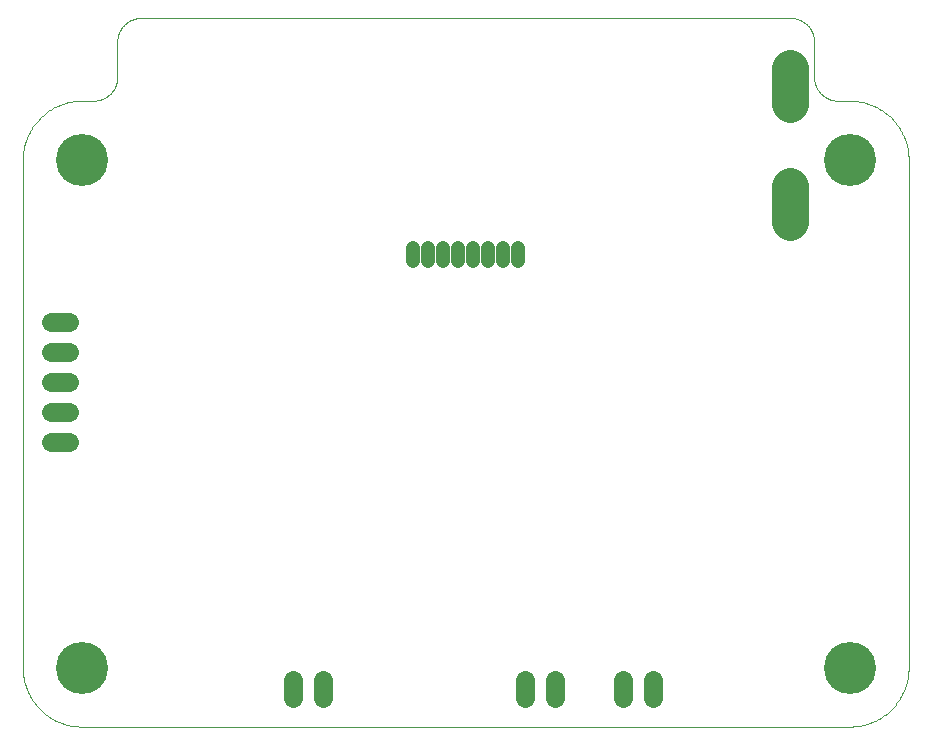
<source format=gbs>
G75*
%MOIN*%
%OFA0B0*%
%FSLAX25Y25*%
%IPPOS*%
%LPD*%
%AMOC8*
5,1,8,0,0,1.08239X$1,22.5*
%
%ADD10C,0.00394*%
%ADD11C,0.06337*%
%ADD12C,0.04762*%
%ADD13C,0.12211*%
%ADD14C,0.17392*%
D10*
X0030185Y0010500D02*
X0286091Y0010500D01*
X0286567Y0010506D01*
X0287042Y0010523D01*
X0287517Y0010552D01*
X0287991Y0010592D01*
X0288464Y0010644D01*
X0288935Y0010707D01*
X0289405Y0010781D01*
X0289873Y0010867D01*
X0290339Y0010964D01*
X0290802Y0011072D01*
X0291262Y0011191D01*
X0291720Y0011322D01*
X0292174Y0011463D01*
X0292625Y0011616D01*
X0293071Y0011779D01*
X0293514Y0011953D01*
X0293952Y0012138D01*
X0294386Y0012333D01*
X0294815Y0012539D01*
X0295239Y0012755D01*
X0295658Y0012981D01*
X0296071Y0013217D01*
X0296478Y0013463D01*
X0296879Y0013719D01*
X0297273Y0013985D01*
X0297662Y0014260D01*
X0298043Y0014544D01*
X0298417Y0014837D01*
X0298785Y0015139D01*
X0299145Y0015451D01*
X0299497Y0015770D01*
X0299841Y0016098D01*
X0300178Y0016435D01*
X0300506Y0016779D01*
X0300825Y0017131D01*
X0301137Y0017491D01*
X0301439Y0017859D01*
X0301732Y0018233D01*
X0302016Y0018614D01*
X0302291Y0019003D01*
X0302557Y0019397D01*
X0302813Y0019798D01*
X0303059Y0020205D01*
X0303295Y0020618D01*
X0303521Y0021037D01*
X0303737Y0021461D01*
X0303943Y0021890D01*
X0304138Y0022324D01*
X0304323Y0022762D01*
X0304497Y0023205D01*
X0304660Y0023651D01*
X0304813Y0024102D01*
X0304954Y0024556D01*
X0305085Y0025014D01*
X0305204Y0025474D01*
X0305312Y0025937D01*
X0305409Y0026403D01*
X0305495Y0026871D01*
X0305569Y0027341D01*
X0305632Y0027812D01*
X0305684Y0028285D01*
X0305724Y0028759D01*
X0305753Y0029234D01*
X0305770Y0029709D01*
X0305776Y0030185D01*
X0305776Y0199476D01*
X0305770Y0199952D01*
X0305753Y0200427D01*
X0305724Y0200902D01*
X0305684Y0201376D01*
X0305632Y0201849D01*
X0305569Y0202320D01*
X0305495Y0202790D01*
X0305409Y0203258D01*
X0305312Y0203724D01*
X0305204Y0204187D01*
X0305085Y0204647D01*
X0304954Y0205105D01*
X0304813Y0205559D01*
X0304660Y0206010D01*
X0304497Y0206456D01*
X0304323Y0206899D01*
X0304138Y0207337D01*
X0303943Y0207771D01*
X0303737Y0208200D01*
X0303521Y0208624D01*
X0303295Y0209043D01*
X0303059Y0209456D01*
X0302813Y0209863D01*
X0302557Y0210264D01*
X0302291Y0210658D01*
X0302016Y0211047D01*
X0301732Y0211428D01*
X0301439Y0211802D01*
X0301137Y0212170D01*
X0300825Y0212530D01*
X0300506Y0212882D01*
X0300178Y0213226D01*
X0299841Y0213563D01*
X0299497Y0213891D01*
X0299145Y0214210D01*
X0298785Y0214522D01*
X0298417Y0214824D01*
X0298043Y0215117D01*
X0297662Y0215401D01*
X0297273Y0215676D01*
X0296879Y0215942D01*
X0296478Y0216198D01*
X0296071Y0216444D01*
X0295658Y0216680D01*
X0295239Y0216906D01*
X0294815Y0217122D01*
X0294386Y0217328D01*
X0293952Y0217523D01*
X0293514Y0217708D01*
X0293071Y0217882D01*
X0292625Y0218045D01*
X0292174Y0218198D01*
X0291720Y0218339D01*
X0291262Y0218470D01*
X0290802Y0218589D01*
X0290339Y0218697D01*
X0289873Y0218794D01*
X0289405Y0218880D01*
X0288935Y0218954D01*
X0288464Y0219017D01*
X0287991Y0219069D01*
X0287517Y0219109D01*
X0287042Y0219138D01*
X0286567Y0219155D01*
X0286091Y0219161D01*
X0282154Y0219161D01*
X0281964Y0219163D01*
X0281774Y0219170D01*
X0281584Y0219182D01*
X0281394Y0219198D01*
X0281205Y0219218D01*
X0281016Y0219244D01*
X0280828Y0219273D01*
X0280641Y0219308D01*
X0280455Y0219347D01*
X0280270Y0219390D01*
X0280085Y0219438D01*
X0279902Y0219490D01*
X0279721Y0219546D01*
X0279541Y0219607D01*
X0279362Y0219673D01*
X0279185Y0219742D01*
X0279009Y0219816D01*
X0278836Y0219894D01*
X0278664Y0219977D01*
X0278495Y0220063D01*
X0278327Y0220153D01*
X0278162Y0220248D01*
X0277999Y0220346D01*
X0277839Y0220449D01*
X0277681Y0220555D01*
X0277526Y0220665D01*
X0277373Y0220778D01*
X0277223Y0220896D01*
X0277077Y0221017D01*
X0276933Y0221141D01*
X0276792Y0221269D01*
X0276654Y0221400D01*
X0276519Y0221535D01*
X0276388Y0221673D01*
X0276260Y0221814D01*
X0276136Y0221958D01*
X0276015Y0222104D01*
X0275897Y0222254D01*
X0275784Y0222407D01*
X0275674Y0222562D01*
X0275568Y0222720D01*
X0275465Y0222880D01*
X0275367Y0223043D01*
X0275272Y0223208D01*
X0275182Y0223376D01*
X0275096Y0223545D01*
X0275013Y0223717D01*
X0274935Y0223890D01*
X0274861Y0224066D01*
X0274792Y0224243D01*
X0274726Y0224422D01*
X0274665Y0224602D01*
X0274609Y0224783D01*
X0274557Y0224966D01*
X0274509Y0225151D01*
X0274466Y0225336D01*
X0274427Y0225522D01*
X0274392Y0225709D01*
X0274363Y0225897D01*
X0274337Y0226086D01*
X0274317Y0226275D01*
X0274301Y0226465D01*
X0274289Y0226655D01*
X0274282Y0226845D01*
X0274280Y0227035D01*
X0274280Y0238846D01*
X0274278Y0239036D01*
X0274271Y0239226D01*
X0274259Y0239416D01*
X0274243Y0239606D01*
X0274223Y0239795D01*
X0274197Y0239984D01*
X0274168Y0240172D01*
X0274133Y0240359D01*
X0274094Y0240545D01*
X0274051Y0240730D01*
X0274003Y0240915D01*
X0273951Y0241098D01*
X0273895Y0241279D01*
X0273834Y0241459D01*
X0273768Y0241638D01*
X0273699Y0241815D01*
X0273625Y0241991D01*
X0273547Y0242164D01*
X0273464Y0242336D01*
X0273378Y0242505D01*
X0273288Y0242673D01*
X0273193Y0242838D01*
X0273095Y0243001D01*
X0272992Y0243161D01*
X0272886Y0243319D01*
X0272776Y0243474D01*
X0272663Y0243627D01*
X0272545Y0243777D01*
X0272424Y0243923D01*
X0272300Y0244067D01*
X0272172Y0244208D01*
X0272041Y0244346D01*
X0271906Y0244481D01*
X0271768Y0244612D01*
X0271627Y0244740D01*
X0271483Y0244864D01*
X0271337Y0244985D01*
X0271187Y0245103D01*
X0271034Y0245216D01*
X0270879Y0245326D01*
X0270721Y0245432D01*
X0270561Y0245535D01*
X0270398Y0245633D01*
X0270233Y0245728D01*
X0270065Y0245818D01*
X0269896Y0245904D01*
X0269724Y0245987D01*
X0269551Y0246065D01*
X0269375Y0246139D01*
X0269198Y0246208D01*
X0269019Y0246274D01*
X0268839Y0246335D01*
X0268658Y0246391D01*
X0268475Y0246443D01*
X0268290Y0246491D01*
X0268105Y0246534D01*
X0267919Y0246573D01*
X0267732Y0246608D01*
X0267544Y0246637D01*
X0267355Y0246663D01*
X0267166Y0246683D01*
X0266976Y0246699D01*
X0266786Y0246711D01*
X0266596Y0246718D01*
X0266406Y0246720D01*
X0049870Y0246720D01*
X0049680Y0246718D01*
X0049490Y0246711D01*
X0049300Y0246699D01*
X0049110Y0246683D01*
X0048921Y0246663D01*
X0048732Y0246637D01*
X0048544Y0246608D01*
X0048357Y0246573D01*
X0048171Y0246534D01*
X0047986Y0246491D01*
X0047801Y0246443D01*
X0047618Y0246391D01*
X0047437Y0246335D01*
X0047257Y0246274D01*
X0047078Y0246208D01*
X0046901Y0246139D01*
X0046725Y0246065D01*
X0046552Y0245987D01*
X0046380Y0245904D01*
X0046211Y0245818D01*
X0046043Y0245728D01*
X0045878Y0245633D01*
X0045715Y0245535D01*
X0045555Y0245432D01*
X0045397Y0245326D01*
X0045242Y0245216D01*
X0045089Y0245103D01*
X0044939Y0244985D01*
X0044793Y0244864D01*
X0044649Y0244740D01*
X0044508Y0244612D01*
X0044370Y0244481D01*
X0044235Y0244346D01*
X0044104Y0244208D01*
X0043976Y0244067D01*
X0043852Y0243923D01*
X0043731Y0243777D01*
X0043613Y0243627D01*
X0043500Y0243474D01*
X0043390Y0243319D01*
X0043284Y0243161D01*
X0043181Y0243001D01*
X0043083Y0242838D01*
X0042988Y0242673D01*
X0042898Y0242505D01*
X0042812Y0242336D01*
X0042729Y0242164D01*
X0042651Y0241991D01*
X0042577Y0241815D01*
X0042508Y0241638D01*
X0042442Y0241459D01*
X0042381Y0241279D01*
X0042325Y0241098D01*
X0042273Y0240915D01*
X0042225Y0240730D01*
X0042182Y0240545D01*
X0042143Y0240359D01*
X0042108Y0240172D01*
X0042079Y0239984D01*
X0042053Y0239795D01*
X0042033Y0239606D01*
X0042017Y0239416D01*
X0042005Y0239226D01*
X0041998Y0239036D01*
X0041996Y0238846D01*
X0041996Y0227035D01*
X0041994Y0226845D01*
X0041987Y0226655D01*
X0041975Y0226465D01*
X0041959Y0226275D01*
X0041939Y0226086D01*
X0041913Y0225897D01*
X0041884Y0225709D01*
X0041849Y0225522D01*
X0041810Y0225336D01*
X0041767Y0225151D01*
X0041719Y0224966D01*
X0041667Y0224783D01*
X0041611Y0224602D01*
X0041550Y0224422D01*
X0041484Y0224243D01*
X0041415Y0224066D01*
X0041341Y0223890D01*
X0041263Y0223717D01*
X0041180Y0223545D01*
X0041094Y0223376D01*
X0041004Y0223208D01*
X0040909Y0223043D01*
X0040811Y0222880D01*
X0040708Y0222720D01*
X0040602Y0222562D01*
X0040492Y0222407D01*
X0040379Y0222254D01*
X0040261Y0222104D01*
X0040140Y0221958D01*
X0040016Y0221814D01*
X0039888Y0221673D01*
X0039757Y0221535D01*
X0039622Y0221400D01*
X0039484Y0221269D01*
X0039343Y0221141D01*
X0039199Y0221017D01*
X0039053Y0220896D01*
X0038903Y0220778D01*
X0038750Y0220665D01*
X0038595Y0220555D01*
X0038437Y0220449D01*
X0038277Y0220346D01*
X0038114Y0220248D01*
X0037949Y0220153D01*
X0037781Y0220063D01*
X0037612Y0219977D01*
X0037440Y0219894D01*
X0037267Y0219816D01*
X0037091Y0219742D01*
X0036914Y0219673D01*
X0036735Y0219607D01*
X0036555Y0219546D01*
X0036374Y0219490D01*
X0036191Y0219438D01*
X0036006Y0219390D01*
X0035821Y0219347D01*
X0035635Y0219308D01*
X0035448Y0219273D01*
X0035260Y0219244D01*
X0035071Y0219218D01*
X0034882Y0219198D01*
X0034692Y0219182D01*
X0034502Y0219170D01*
X0034312Y0219163D01*
X0034122Y0219161D01*
X0030185Y0219161D01*
X0029709Y0219155D01*
X0029234Y0219138D01*
X0028759Y0219109D01*
X0028285Y0219069D01*
X0027812Y0219017D01*
X0027341Y0218954D01*
X0026871Y0218880D01*
X0026403Y0218794D01*
X0025937Y0218697D01*
X0025474Y0218589D01*
X0025014Y0218470D01*
X0024556Y0218339D01*
X0024102Y0218198D01*
X0023651Y0218045D01*
X0023205Y0217882D01*
X0022762Y0217708D01*
X0022324Y0217523D01*
X0021890Y0217328D01*
X0021461Y0217122D01*
X0021037Y0216906D01*
X0020618Y0216680D01*
X0020205Y0216444D01*
X0019798Y0216198D01*
X0019397Y0215942D01*
X0019003Y0215676D01*
X0018614Y0215401D01*
X0018233Y0215117D01*
X0017859Y0214824D01*
X0017491Y0214522D01*
X0017131Y0214210D01*
X0016779Y0213891D01*
X0016435Y0213563D01*
X0016098Y0213226D01*
X0015770Y0212882D01*
X0015451Y0212530D01*
X0015139Y0212170D01*
X0014837Y0211802D01*
X0014544Y0211428D01*
X0014260Y0211047D01*
X0013985Y0210658D01*
X0013719Y0210264D01*
X0013463Y0209863D01*
X0013217Y0209456D01*
X0012981Y0209043D01*
X0012755Y0208624D01*
X0012539Y0208200D01*
X0012333Y0207771D01*
X0012138Y0207337D01*
X0011953Y0206899D01*
X0011779Y0206456D01*
X0011616Y0206010D01*
X0011463Y0205559D01*
X0011322Y0205105D01*
X0011191Y0204647D01*
X0011072Y0204187D01*
X0010964Y0203724D01*
X0010867Y0203258D01*
X0010781Y0202790D01*
X0010707Y0202320D01*
X0010644Y0201849D01*
X0010592Y0201376D01*
X0010552Y0200902D01*
X0010523Y0200427D01*
X0010506Y0199952D01*
X0010500Y0199476D01*
X0010500Y0030185D01*
X0010506Y0029709D01*
X0010523Y0029234D01*
X0010552Y0028759D01*
X0010592Y0028285D01*
X0010644Y0027812D01*
X0010707Y0027341D01*
X0010781Y0026871D01*
X0010867Y0026403D01*
X0010964Y0025937D01*
X0011072Y0025474D01*
X0011191Y0025014D01*
X0011322Y0024556D01*
X0011463Y0024102D01*
X0011616Y0023651D01*
X0011779Y0023205D01*
X0011953Y0022762D01*
X0012138Y0022324D01*
X0012333Y0021890D01*
X0012539Y0021461D01*
X0012755Y0021037D01*
X0012981Y0020618D01*
X0013217Y0020205D01*
X0013463Y0019798D01*
X0013719Y0019397D01*
X0013985Y0019003D01*
X0014260Y0018614D01*
X0014544Y0018233D01*
X0014837Y0017859D01*
X0015139Y0017491D01*
X0015451Y0017131D01*
X0015770Y0016779D01*
X0016098Y0016435D01*
X0016435Y0016098D01*
X0016779Y0015770D01*
X0017131Y0015451D01*
X0017491Y0015139D01*
X0017859Y0014837D01*
X0018233Y0014544D01*
X0018614Y0014260D01*
X0019003Y0013985D01*
X0019397Y0013719D01*
X0019798Y0013463D01*
X0020205Y0013217D01*
X0020618Y0012981D01*
X0021037Y0012755D01*
X0021461Y0012539D01*
X0021890Y0012333D01*
X0022324Y0012138D01*
X0022762Y0011953D01*
X0023205Y0011779D01*
X0023651Y0011616D01*
X0024102Y0011463D01*
X0024556Y0011322D01*
X0025014Y0011191D01*
X0025474Y0011072D01*
X0025937Y0010964D01*
X0026403Y0010867D01*
X0026871Y0010781D01*
X0027341Y0010707D01*
X0027812Y0010644D01*
X0028285Y0010592D01*
X0028759Y0010552D01*
X0029234Y0010523D01*
X0029709Y0010506D01*
X0030185Y0010500D01*
D11*
X0100500Y0020031D02*
X0100500Y0025969D01*
X0110500Y0025969D02*
X0110500Y0020031D01*
X0178000Y0020031D02*
X0178000Y0025969D01*
X0188000Y0025969D02*
X0188000Y0020031D01*
X0210500Y0020031D02*
X0210500Y0025969D01*
X0220500Y0025969D02*
X0220500Y0020031D01*
X0025969Y0105500D02*
X0020031Y0105500D01*
X0020031Y0115500D02*
X0025969Y0115500D01*
X0025969Y0125500D02*
X0020031Y0125500D01*
X0020031Y0135500D02*
X0025969Y0135500D01*
X0025969Y0145500D02*
X0020031Y0145500D01*
D12*
X0140638Y0165799D02*
X0140638Y0170161D01*
X0145638Y0170161D02*
X0145638Y0165799D01*
X0150638Y0165799D02*
X0150638Y0170161D01*
X0155638Y0170161D02*
X0155638Y0165799D01*
X0160638Y0165799D02*
X0160638Y0170161D01*
X0165638Y0170161D02*
X0165638Y0165799D01*
X0170638Y0165799D02*
X0170638Y0170161D01*
X0175638Y0170161D02*
X0175638Y0165799D01*
D13*
X0266209Y0178807D02*
X0266209Y0190618D01*
X0266209Y0218177D02*
X0266209Y0229988D01*
D14*
X0286091Y0199476D03*
X0286091Y0030185D03*
X0030185Y0030185D03*
X0030185Y0199476D03*
M02*

</source>
